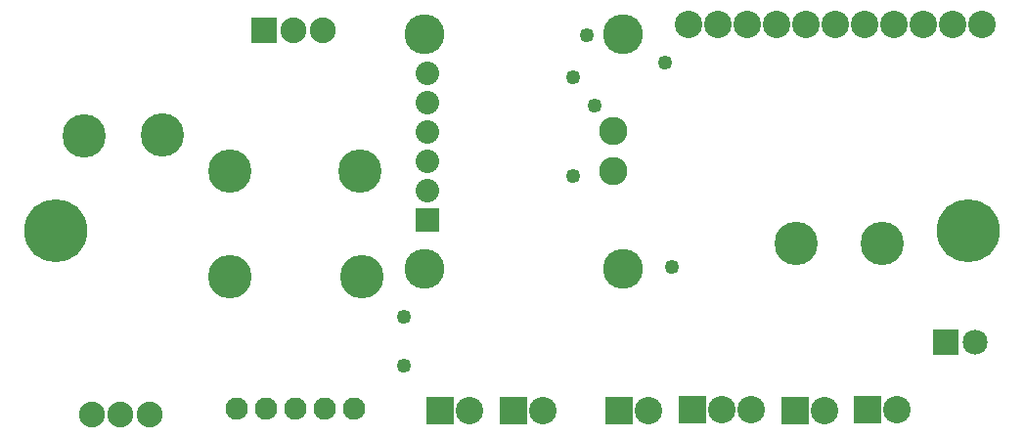
<source format=gts>
G04 MADE WITH FRITZING*
G04 WWW.FRITZING.ORG*
G04 DOUBLE SIDED*
G04 HOLES PLATED*
G04 CONTOUR ON CENTER OF CONTOUR VECTOR*
%FSLAX26Y26*%
%MOIN*%
%ADD10C,0.049370*%
%ADD11C,0.135984*%
%ADD12C,0.096000*%
%ADD13C,0.080000*%
%ADD14C,0.108425*%
%ADD15C,0.093307*%
%ADD16C,0.148425*%
%ADD17C,0.076000*%
%ADD18C,0.088000*%
%ADD19C,0.085000*%
%ADD20C,0.147795*%
%ADD21C,0.214725*%
%ADD22R,0.080000X0.080000*%
%ADD23R,0.093307X0.093307*%
%ADD24R,0.088000X0.088000*%
%ADD25R,0.085000X0.085000*%
G04 MASK1*
%FSLAX26Y26*%
%MOIN*%
D10*
X1404010Y314790D03*
X2052010Y1202800D03*
X2316010Y650800D03*
X2292010Y1346800D03*
X1404010Y482800D03*
X2028010Y1442800D03*
X1980010Y962800D03*
X1980010Y1298800D03*
D11*
X2149220Y1444979D03*
D12*
X2117730Y978050D03*
X2117730Y1115846D03*
D13*
X1483630Y809979D03*
D11*
X1473630Y644979D03*
D13*
X1483630Y909979D03*
X1483630Y1009979D03*
X1483630Y1109979D03*
X1483630Y1209979D03*
X1483630Y1309979D03*
D11*
X1473630Y1444979D03*
X2149220Y644979D03*
X2149220Y1444979D03*
D12*
X2117730Y978050D03*
X2117730Y1115846D03*
D13*
X1483630Y809979D03*
D11*
X1473630Y644979D03*
D13*
X1483630Y909979D03*
X1483630Y1009979D03*
X1483630Y1109979D03*
X1483630Y1209979D03*
X1483630Y1309979D03*
D11*
X1473630Y1444979D03*
X2149220Y644979D03*
D14*
X808873Y616381D03*
X1257500Y617515D03*
X1472830Y644164D03*
X2149850Y644694D03*
X1473430Y1445322D03*
X2149240Y1445446D03*
D15*
X2372750Y1479781D03*
X2472750Y1479781D03*
X2572750Y1479781D03*
X2672750Y1479781D03*
X2772750Y1479781D03*
X2872750Y1479781D03*
X2972750Y1479781D03*
X3072750Y1479781D03*
X3172750Y1479781D03*
X3272750Y1479781D03*
X3372750Y1479781D03*
X2372750Y1479781D03*
X2472750Y1479781D03*
X2572750Y1479781D03*
X2672750Y1479781D03*
X2772750Y1479781D03*
X2872750Y1479781D03*
X2972750Y1479781D03*
X3072750Y1479781D03*
X3172750Y1479781D03*
X3272750Y1479781D03*
X3372750Y1479781D03*
X2135440Y162400D03*
X2235440Y162400D03*
X2135440Y162400D03*
X2235440Y162400D03*
X2385100Y163350D03*
X2485100Y163350D03*
X2585100Y163350D03*
X2385100Y163350D03*
X2485100Y163350D03*
X2585100Y163350D03*
X2737160Y161270D03*
X2837160Y161270D03*
X2737160Y161270D03*
X2837160Y161270D03*
X1527900Y160400D03*
X1627900Y160400D03*
X1527900Y160400D03*
X1627900Y160400D03*
X2982150Y163320D03*
X3082150Y163320D03*
X2982150Y163320D03*
X3082150Y163320D03*
X1777800Y160570D03*
X1877800Y160570D03*
X1777800Y160570D03*
X1877800Y160570D03*
D16*
X808434Y617797D03*
D17*
X833434Y167800D03*
X933434Y167800D03*
X1033430Y167800D03*
X1133430Y167800D03*
D16*
X1258430Y617797D03*
D17*
X1233430Y167800D03*
D18*
X338270Y147720D03*
X437955Y147720D03*
X537955Y147720D03*
X1125230Y1458031D03*
X1024820Y1458031D03*
X924819Y1458031D03*
D19*
X3251010Y394840D03*
X3351010Y394840D03*
X3251010Y394840D03*
X3351010Y394840D03*
D20*
X1254470Y978144D03*
X580032Y1100704D03*
D21*
X216978Y774863D03*
X3327210Y774863D03*
D20*
X810525Y976696D03*
X3034420Y730453D03*
X313859Y1099256D03*
X2739430Y730459D03*
D22*
X1483633Y809978D03*
X1483633Y809978D03*
D23*
X2135444Y162396D03*
X2135444Y162396D03*
X2385104Y163346D03*
X2385104Y163346D03*
X2737164Y161266D03*
X2737164Y161266D03*
X1527904Y160396D03*
X1527904Y160396D03*
X2982154Y163316D03*
X2982154Y163316D03*
X1777804Y160566D03*
X1777804Y160566D03*
D24*
X924820Y1458474D03*
D25*
X3251010Y394840D03*
X3251010Y394840D03*
G04 End of Mask1*
M02*
</source>
